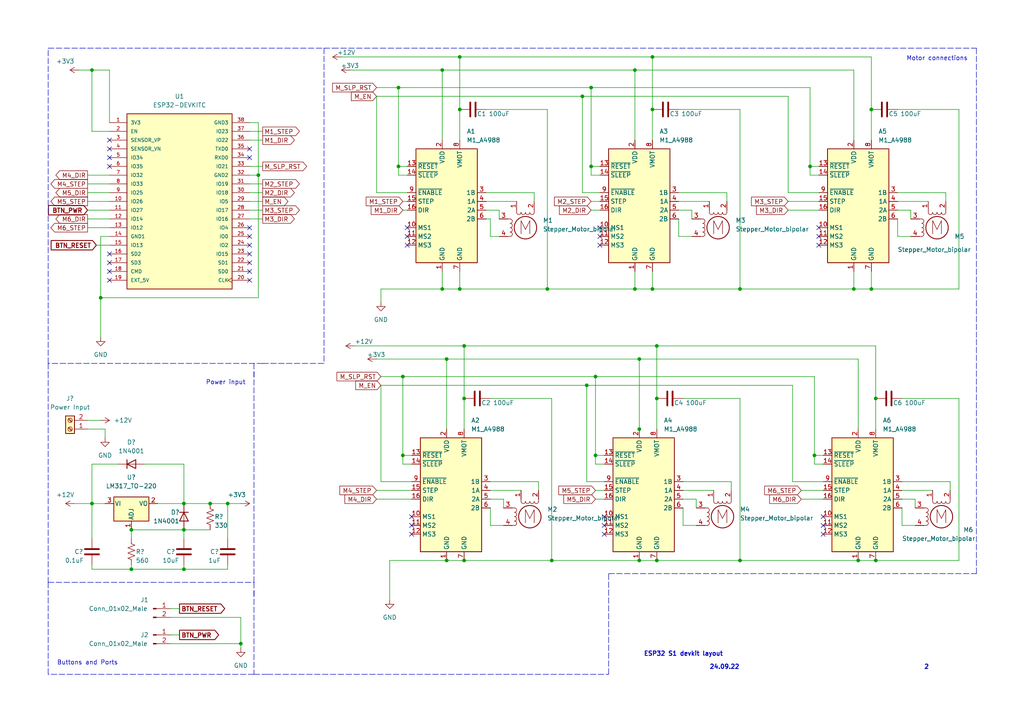
<source format=kicad_sch>
(kicad_sch (version 20211123) (generator eeschema)
  (paper "A4")
  (lib_symbols
    (symbol "Connector:Conn_01x02_Male" (pin_names (offset 1.016) hide)
      (property "Reference" "J" (at 0 2.54 0))
      (property "Value" "Conn_01x02_Male" (at 0 -5.08 0))
      (symbol "Conn_01x02_Male_1_1"
        (polyline (pts (xy 1.27 -2.54) (xy 0.8636 -2.54)) (stroke (width 0.1524)))
        (polyline (pts (xy 1.27 0) (xy 0.8636 0)) (stroke (width 0.1524)))
        (rectangle (start 0.8636 -2.413) (end 0 -2.667) (stroke (width 0.1524)) (fill (type outline)))
        (rectangle (start 0.8636 0.127) (end 0 -0.127) (stroke (width 0.1524)) (fill (type outline)))
        (pin passive line (at 5.08 0 180) (length 3.81) (name "Pin_1") (number "1"))
        (pin passive line (at 5.08 -2.54 180) (length 3.81) (name "Pin_2") (number "2"))
      )
    )
    (symbol "Connector:Screw_Terminal_01x02" (pin_names (offset 1.016) hide)
      (property "Reference" "J" (at 0 2.54 0))
      (property "Value" "Screw_Terminal_01x02" (at 0 -5.08 0))
      (symbol "Screw_Terminal_01x02_1_1"
        (rectangle (start -1.27 1.27) (end 1.27 -3.81) (stroke (width 0.254)) (fill (type background)))
        (circle (center 0 -2.54) (radius 0.635) (stroke (width 0.1524)))
        (polyline (pts (xy -0.5334 -2.2098) (xy 0.3302 -3.048)) (stroke (width 0.1524)))
        (polyline (pts (xy -0.5334 0.3302) (xy 0.3302 -0.508)) (stroke (width 0.1524)))
        (polyline (pts (xy -0.3556 -2.032) (xy 0.508 -2.8702)) (stroke (width 0.1524)))
        (polyline (pts (xy -0.3556 0.508) (xy 0.508 -0.3302)) (stroke (width 0.1524)))
        (circle (center 0 0) (radius 0.635) (stroke (width 0.1524)))
        (pin passive line (at -5.08 0 0) (length 3.81) (name "Pin_1") (number "1"))
        (pin passive line (at -5.08 -2.54 0) (length 3.81) (name "Pin_2") (number "2"))
      )
    )
    (symbol "Device:C" (pin_numbers hide) (pin_names (offset 0.254))
      (property "Reference" "C" (at 0.635 2.54 0))
      (property "Value" "C" (at 0.635 -2.54 0))
      (symbol "C_0_1"
        (polyline (pts (xy -2.032 -0.762) (xy 2.032 -0.762)) (stroke (width 0.508)))
        (polyline (pts (xy -2.032 0.762) (xy 2.032 0.762)) (stroke (width 0.508)))
      )
      (symbol "C_1_1"
        (pin passive line (at 0 3.81 270) (length 2.794) (name "~") (number "1"))
        (pin passive line (at 0 -3.81 90) (length 2.794) (name "~") (number "2"))
      )
    )
    (symbol "Device:R_US" (pin_numbers hide) (pin_names (offset 0))
      (property "Reference" "R" (at 2.54 0 90))
      (property "Value" "R_US" (at -2.54 0 90))
      (symbol "R_US_0_1"
        (polyline (pts (xy 0 -2.286) (xy 0 -2.54)))
        (polyline (pts (xy 0 2.286) (xy 0 2.54)))
        (polyline (pts (xy 0 -0.762) (xy 1.016 -1.143) (xy 0 -1.524) (xy -1.016 -1.905) (xy 0 -2.286)))
        (polyline (pts (xy 0 0.762) (xy 1.016 0.381) (xy 0 0) (xy -1.016 -0.381) (xy 0 -0.762)))
        (polyline (pts (xy 0 2.286) (xy 1.016 1.905) (xy 0 1.524) (xy -1.016 1.143) (xy 0 0.762)))
      )
      (symbol "R_US_1_1"
        (pin passive line (at 0 3.81 270) (length 1.27) (name "~") (number "1"))
        (pin passive line (at 0 -3.81 90) (length 1.27) (name "~") (number "2"))
      )
    )
    (symbol "Diode:1N4001" (pin_numbers hide) (pin_names (offset 1.016) hide)
      (property "Reference" "D" (at 0 2.54 0))
      (property "Value" "1N4001" (at 0 -2.54 0))
      (symbol "1N4001_0_1"
        (polyline (pts (xy -1.27 1.27) (xy -1.27 -1.27)) (stroke (width 0.254)))
        (polyline (pts (xy 1.27 0) (xy -1.27 0)))
        (polyline (pts (xy 1.27 1.27) (xy 1.27 -1.27) (xy -1.27 0) (xy 1.27 1.27)) (stroke (width 0.254)))
      )
      (symbol "1N4001_1_1"
        (pin passive line (at -3.81 0 0) (length 2.54) (name "K") (number "1"))
        (pin passive line (at 3.81 0 180) (length 2.54) (name "A") (number "2"))
      )
    )
    (symbol "Driver_Motor:Pololu_Breakout_A4988"
      (property "Reference" "A" (at -2.54 19.05 0))
      (property "Value" "Pololu_Breakout_A4988" (at -2.54 16.51 0))
      (symbol "Pololu_Breakout_A4988_0_1"
        (rectangle (start 10.16 -17.78) (end -7.62 15.24) (stroke (width 0.254)) (fill (type background)))
      )
      (symbol "Pololu_Breakout_A4988_1_1"
        (pin power_in line (at 0 -20.32 90) (length 2.54) (name "GND") (number "1"))
        (pin input line (at -10.16 -7.62 0) (length 2.54) (name "MS1") (number "10"))
        (pin input line (at -10.16 -10.16 0) (length 2.54) (name "MS2") (number "11"))
        (pin input line (at -10.16 -12.7 0) (length 2.54) (name "MS3") (number "12"))
        (pin input line (at -10.16 10.16 0) (length 2.54) (name "~{RESET}") (number "13"))
        (pin input line (at -10.16 7.62 0) (length 2.54) (name "~{SLEEP}") (number "14"))
        (pin input line (at -10.16 0 0) (length 2.54) (name "STEP") (number "15"))
        (pin input line (at -10.16 -2.54 0) (length 2.54) (name "DIR") (number "16"))
        (pin power_in line (at 0 17.78 270) (length 2.54) (name "VDD") (number "2"))
        (pin output line (at 12.7 2.54 180) (length 2.54) (name "1B") (number "3"))
        (pin output line (at 12.7 0 180) (length 2.54) (name "1A") (number "4"))
        (pin output line (at 12.7 -2.54 180) (length 2.54) (name "2A") (number "5"))
        (pin output line (at 12.7 -5.08 180) (length 2.54) (name "2B") (number "6"))
        (pin power_in line (at 5.08 -20.32 90) (length 2.54) (name "GND") (number "7"))
        (pin power_in line (at 5.08 17.78 270) (length 2.54) (name "VMOT") (number "8"))
        (pin input line (at -10.16 2.54 0) (length 2.54) (name "~{ENABLE}") (number "9"))
      )
    )
    (symbol "ESP32-DEVKITC:ESP32-DEVKITC" (pin_names (offset 1.016))
      (property "Reference" "U" (at -15.2654 26.0604 0))
      (property "Value" "ESP32-DEVKITC" (at -15.2654 -27.9654 0))
      (symbol "ESP32-DEVKITC_0_0"
        (rectangle (start -15.24 -25.4) (end 15.24 25.4) (stroke (width 0.254)) (fill (type background)))
        (pin power_in line (at -20.32 22.86 0) (length 5.08) (name "3V3") (number "1"))
        (pin bidirectional line (at -20.32 0 0) (length 5.08) (name "IO26") (number "10"))
        (pin bidirectional line (at -20.32 -2.54 0) (length 5.08) (name "IO27") (number "11"))
        (pin bidirectional line (at -20.32 -5.08 0) (length 5.08) (name "IO14") (number "12"))
        (pin bidirectional line (at -20.32 -7.62 0) (length 5.08) (name "IO12") (number "13"))
        (pin power_in line (at -20.32 -10.16 0) (length 5.08) (name "GND1") (number "14"))
        (pin bidirectional line (at -20.32 -12.7 0) (length 5.08) (name "IO13") (number "15"))
        (pin bidirectional line (at -20.32 -15.24 0) (length 5.08) (name "SD2") (number "16"))
        (pin bidirectional line (at -20.32 -17.78 0) (length 5.08) (name "SD3") (number "17"))
        (pin bidirectional line (at -20.32 -20.32 0) (length 5.08) (name "CMD") (number "18"))
        (pin power_in line (at -20.32 -22.86 0) (length 5.08) (name "EXT_5V") (number "19"))
        (pin input line (at -20.32 20.32 0) (length 5.08) (name "EN") (number "2"))
        (pin input clock (at 20.32 -22.86 180) (length 5.08) (name "CLK") (number "20"))
        (pin bidirectional line (at 20.32 -20.32 180) (length 5.08) (name "SD0") (number "21"))
        (pin bidirectional line (at 20.32 -17.78 180) (length 5.08) (name "SD1") (number "22"))
        (pin bidirectional line (at 20.32 -15.24 180) (length 5.08) (name "IO15") (number "23"))
        (pin bidirectional line (at 20.32 -12.7 180) (length 5.08) (name "IO2") (number "24"))
        (pin bidirectional line (at 20.32 -10.16 180) (length 5.08) (name "IO0") (number "25"))
        (pin bidirectional line (at 20.32 -7.62 180) (length 5.08) (name "IO4") (number "26"))
        (pin bidirectional line (at 20.32 -5.08 180) (length 5.08) (name "IO16") (number "27"))
        (pin bidirectional line (at 20.32 -2.54 180) (length 5.08) (name "IO17") (number "28"))
        (pin bidirectional line (at 20.32 0 180) (length 5.08) (name "IO5") (number "29"))
        (pin input line (at -20.32 17.78 0) (length 5.08) (name "SENSOR_VP") (number "3"))
        (pin bidirectional line (at 20.32 2.54 180) (length 5.08) (name "IO18") (number "30"))
        (pin bidirectional line (at 20.32 5.08 180) (length 5.08) (name "IO19") (number "31"))
        (pin power_in line (at 20.32 7.62 180) (length 5.08) (name "GND2") (number "32"))
        (pin bidirectional line (at 20.32 10.16 180) (length 5.08) (name "IO21") (number "33"))
        (pin input line (at 20.32 12.7 180) (length 5.08) (name "RXD0") (number "34"))
        (pin output line (at 20.32 15.24 180) (length 5.08) (name "TXD0") (number "35"))
        (pin bidirectional line (at 20.32 17.78 180) (length 5.08) (name "IO22") (number "36"))
        (pin bidirectional line (at 20.32 20.32 180) (length 5.08) (name "IO23") (number "37"))
        (pin power_in line (at 20.32 22.86 180) (length 5.08) (name "GND3") (number "38"))
        (pin input line (at -20.32 15.24 0) (length 5.08) (name "SENSOR_VN") (number "4"))
        (pin bidirectional line (at -20.32 12.7 0) (length 5.08) (name "IO34") (number "5"))
        (pin bidirectional line (at -20.32 10.16 0) (length 5.08) (name "IO35") (number "6"))
        (pin bidirectional line (at -20.32 7.62 0) (length 5.08) (name "IO32") (number "7"))
        (pin bidirectional line (at -20.32 5.08 0) (length 5.08) (name "IO33") (number "8"))
        (pin bidirectional line (at -20.32 2.54 0) (length 5.08) (name "IO25") (number "9"))
      )
    )
    (symbol "Motor:Stepper_Motor_bipolar" (pin_names (offset 0) hide)
      (property "Reference" "M" (at 3.81 2.54 0))
      (property "Value" "Stepper_Motor_bipolar" (at 3.81 1.27 0))
      (symbol "Stepper_Motor_bipolar_0_0"
        (polyline (pts (xy -1.27 -1.778) (xy -1.27 2.032) (xy 0 -0.508) (xy 1.27 2.032) (xy 1.27 -1.778)))
      )
      (symbol "Stepper_Motor_bipolar_0_1"
        (arc (start -4.445 -2.54) (mid -3.81 -1.905) (end -4.445 -1.27))
        (arc (start -4.445 -1.27) (mid -3.81 -0.635) (end -4.445 0))
        (arc (start -4.445 0) (mid -3.81 0.635) (end -4.445 1.27))
        (arc (start -4.445 1.27) (mid -3.81 1.905) (end -4.445 2.54))
        (arc (start -2.54 4.445) (mid -1.905 3.81) (end -1.27 4.445))
        (arc (start -1.27 4.445) (mid -0.635 3.81) (end 0 4.445))
        (polyline (pts (xy -5.08 -2.54) (xy -4.445 -2.54)))
        (polyline (pts (xy -5.08 2.54) (xy -4.445 2.54)))
        (polyline (pts (xy -2.54 5.08) (xy -2.54 4.445)))
        (polyline (pts (xy 2.54 5.08) (xy 2.54 4.445)))
        (circle (center 0 0) (radius 3.2512) (stroke (width 0.254)))
        (arc (start 0 4.445) (mid 0.635 3.81) (end 1.27 4.445))
        (arc (start 1.27 4.445) (mid 1.905 3.81) (end 2.54 4.445))
      )
      (symbol "Stepper_Motor_bipolar_1_1"
        (pin passive line (at -2.54 7.62 270) (length 2.54) (name "~") (number "1"))
        (pin passive line (at 2.54 7.62 270) (length 2.54) (name "-") (number "2"))
        (pin passive line (at -7.62 2.54 0) (length 2.54) (name "~") (number "3"))
        (pin passive line (at -7.62 -2.54 0) (length 2.54) (name "~") (number "4"))
      )
    )
    (symbol "Regulator_Linear:LM317_TO-220" (pin_names (offset 0.254))
      (property "Reference" "U" (at -3.81 3.175 0))
      (property "Value" "LM317_TO-220" (at 0 3.175 0))
      (symbol "LM317_TO-220_0_1"
        (rectangle (start -5.08 1.905) (end 5.08 -5.08) (stroke (width 0.254)) (fill (type background)))
      )
      (symbol "LM317_TO-220_1_1"
        (pin input line (at 0 -7.62 90) (length 2.54) (name "ADJ") (number "1"))
        (pin power_out line (at 7.62 0 180) (length 2.54) (name "VO") (number "2"))
        (pin power_in line (at -7.62 0 0) (length 2.54) (name "VI") (number "3"))
      )
    )
    (symbol "power:+12V" (power) (pin_names (offset 0))
      (property "Value" "+12V" (at 0 3.556 0))
      (symbol "+12V_0_1"
        (polyline (pts (xy -0.762 1.27) (xy 0 2.54)))
        (polyline (pts (xy 0 0) (xy 0 2.54)))
        (polyline (pts (xy 0 2.54) (xy 0.762 1.27)))
      )
      (symbol "+12V_1_1"
        (pin power_in line (at 0 0 90) (length 0) hide (name "+12V") (number "1"))
      )
    )
    (symbol "power:+3V3" (power) (pin_names (offset 0))
      (property "Value" "+3V3" (at 0 3.556 0))
      (symbol "+3V3_0_1"
        (polyline (pts (xy -0.762 1.27) (xy 0 2.54)))
        (polyline (pts (xy 0 0) (xy 0 2.54)))
        (polyline (pts (xy 0 2.54) (xy 0.762 1.27)))
      )
      (symbol "+3V3_1_1"
        (pin power_in line (at 0 0 90) (length 0) hide (name "+3V3") (number "1"))
      )
    )
    (symbol "power:GND" (power) (pin_names (offset 0))
      (property "Value" "GND" (at 0 -3.81 0))
      (symbol "GND_0_1"
        (polyline (pts (xy 0 0) (xy 0 -1.27) (xy 1.27 -1.27) (xy 0 -2.54) (xy -1.27 -1.27) (xy 0 -1.27)))
      )
      (symbol "GND_1_1"
        (pin power_in line (at 0 0 270) (length 0) hide (name "GND") (number "1"))
      )
    )
  )
  (junction (at 133.35 31.75))
  (junction (at 252.73 31.75))
  (junction (at 185.42 162.56))
  (junction (at 115.57 25.4))
  (junction (at 129.54 104.14))
  (junction (at 189.23 31.75))
  (junction (at 116.84 132.08))
  (junction (at 134.62 100.33))
  (junction (at 128.27 83.82))
  (junction (at 134.62 115.57))
  (junction (at 171.45 48.26))
  (junction (at 254 115.57))
  (junction (at 252.73 83.82))
  (junction (at 171.45 25.4))
  (junction (at 247.65 83.82))
  (junction (at 60.96 146.05))
  (junction (at 248.92 162.56))
  (junction (at 133.35 16.51))
  (junction (at 116.84 109.22))
  (junction (at 168.91 27.94))
  (junction (at 158.75 83.82))
  (junction (at 129.54 162.56))
  (junction (at 236.22 132.08))
  (junction (at 172.72 109.22))
  (junction (at 189.23 83.82))
  (junction (at 38.1 165.1))
  (junction (at 134.62 162.56))
  (junction (at 234.95 48.26))
  (junction (at 115.57 48.26))
  (junction (at 172.72 132.08))
  (junction (at 66.04 146.05))
  (junction (at 133.35 83.82))
  (junction (at 53.34 165.1))
  (junction (at 190.5 100.33))
  (junction (at 38.1 153.67))
  (junction (at 214.63 83.82))
  (junction (at 26.67 146.05))
  (junction (at 29.21 86.36))
  (junction (at 184.15 20.32))
  (junction (at 170.18 111.76))
  (junction (at 74.93 50.8))
  (junction (at 214.63 162.56))
  (junction (at 69.85 186.69))
  (junction (at 185.42 104.14))
  (junction (at 128.27 20.32))
  (junction (at 190.5 162.56))
  (junction (at 185.42 124.46))
  (junction (at 26.67 20.32))
  (junction (at 53.34 146.05))
  (junction (at 190.5 115.57))
  (junction (at 53.34 153.67))
  (junction (at 184.15 83.82))
  (junction (at 189.23 16.51))
  (junction (at 254 162.56))
  (junction (at 160.02 162.56))
  (no_connect (at 238.76 154.94))
  (no_connect (at 238.76 152.4))
  (no_connect (at 238.76 149.86))
  (no_connect (at 175.26 154.94))
  (no_connect (at 175.26 152.4))
  (no_connect (at 118.11 71.12))
  (no_connect (at 118.11 66.04))
  (no_connect (at 118.11 68.58))
  (no_connect (at 173.99 68.58))
  (no_connect (at 173.99 66.04))
  (no_connect (at 173.99 71.12))
  (no_connect (at 237.49 71.12))
  (no_connect (at 237.49 68.58))
  (no_connect (at 237.49 66.04))
  (no_connect (at 72.39 78.74))
  (no_connect (at 72.39 76.2))
  (no_connect (at 119.38 149.86))
  (no_connect (at 119.38 152.4))
  (no_connect (at 119.38 154.94))
  (no_connect (at 175.26 149.86))
  (no_connect (at 72.39 43.18))
  (no_connect (at 72.39 45.72))
  (no_connect (at 31.75 40.64))
  (no_connect (at 31.75 43.18))
  (no_connect (at 31.75 81.28))
  (no_connect (at 72.39 81.28))
  (no_connect (at 31.75 78.74))
  (no_connect (at 72.39 66.04))
  (no_connect (at 31.75 45.72))
  (no_connect (at 31.75 76.2))
  (no_connect (at 31.75 73.66))
  (no_connect (at 31.75 48.26))
  (no_connect (at 72.39 73.66))
  (no_connect (at 72.39 71.12))
  (no_connect (at 72.39 68.58))
  (wire (pts (xy 248.92 162.56) (xy 254 162.56)))
  (polyline (pts (xy 76.2 105.41) (xy 93.98 105.41)))
  (wire (pts (xy 109.22 25.4) (xy 115.57 25.4)))
  (wire (pts (xy 109.22 142.24) (xy 119.38 142.24)))
  (wire (pts (xy 113.03 162.56) (xy 129.54 162.56)))
  (wire (pts (xy 171.45 25.4) (xy 234.95 25.4)))
  (wire (pts (xy 21.59 146.05) (xy 26.67 146.05)))
  (wire (pts (xy 110.49 111.76) (xy 110.49 139.7)))
  (wire (pts (xy 261.62 142.24) (xy 270.51 142.24)))
  (wire (pts (xy 74.93 50.8) (xy 74.93 86.36)))
  (wire (pts (xy 238.76 139.7) (xy 229.87 139.7)))
  (wire (pts (xy 260.35 55.88) (xy 274.32 55.88)))
  (wire (pts (xy 171.45 25.4) (xy 171.45 48.26)))
  (wire (pts (xy 232.41 144.78) (xy 238.76 144.78)))
  (wire (pts (xy 142.24 147.32) (xy 142.24 152.4)))
  (wire (pts (xy 189.23 16.51) (xy 252.73 16.51)))
  (wire (pts (xy 212.09 139.7) (xy 212.09 142.24)))
  (wire (pts (xy 133.35 16.51) (xy 133.35 31.75)))
  (wire (pts (xy 254 115.57) (xy 254 124.46)))
  (wire (pts (xy 31.75 20.32) (xy 31.75 35.56)))
  (wire (pts (xy 49.53 179.07) (xy 69.85 179.07)))
  (wire (pts (xy 116.84 58.42) (xy 118.11 58.42)))
  (wire (pts (xy 133.35 78.74) (xy 133.35 83.82)))
  (wire (pts (xy 26.67 20.32) (xy 31.75 20.32)))
  (polyline (pts (xy 176.53 195.58) (xy 176.53 166.37)))
  (polyline (pts (xy 77.47 195.58) (xy 176.53 195.58)))
  (wire (pts (xy 26.67 20.32) (xy 26.67 38.1)))
  (wire (pts (xy 109.22 144.78) (xy 119.38 144.78)))
  (wire (pts (xy 254 100.33) (xy 254 115.57)))
  (polyline (pts (xy 73.66 195.58) (xy 13.97 195.58)))
  (wire (pts (xy 196.85 60.96) (xy 200.66 60.96)))
  (wire (pts (xy 38.1 153.67) (xy 53.34 153.67)))
  (wire (pts (xy 142.24 68.58) (xy 144.78 68.58)))
  (wire (pts (xy 128.27 78.74) (xy 128.27 83.82)))
  (wire (pts (xy 185.42 125.73) (xy 185.42 124.46)))
  (wire (pts (xy 261.62 144.78) (xy 265.43 144.78)))
  (wire (pts (xy 26.67 134.62) (xy 26.67 146.05)))
  (wire (pts (xy 190.5 115.57) (xy 190.5 100.33)))
  (wire (pts (xy 101.6 20.32) (xy 128.27 20.32)))
  (wire (pts (xy 232.41 142.24) (xy 238.76 142.24)))
  (polyline (pts (xy 96.52 13.97) (xy 283.21 13.97)))
  (wire (pts (xy 198.12 139.7) (xy 212.09 139.7)))
  (wire (pts (xy 175.26 132.08) (xy 172.72 132.08)))
  (wire (pts (xy 261.62 152.4) (xy 265.43 152.4)))
  (wire (pts (xy 278.13 31.75) (xy 278.13 83.82)))
  (wire (pts (xy 237.49 50.8) (xy 234.95 50.8)))
  (wire (pts (xy 200.66 60.96) (xy 200.66 63.5)))
  (wire (pts (xy 142.24 115.57) (xy 160.02 115.57)))
  (wire (pts (xy 247.65 83.82) (xy 252.73 83.82)))
  (wire (pts (xy 49.53 176.53) (xy 52.07 176.53)))
  (wire (pts (xy 189.23 31.75) (xy 189.23 40.64)))
  (polyline (pts (xy 77.47 195.58) (xy 76.2 195.58)))
  (wire (pts (xy 45.72 146.05) (xy 53.34 146.05)))
  (wire (pts (xy 247.65 20.32) (xy 247.65 40.64)))
  (polyline (pts (xy 13.97 105.41) (xy 13.97 13.97)))
  (wire (pts (xy 29.21 86.36) (xy 74.93 86.36)))
  (wire (pts (xy 170.18 111.76) (xy 170.18 139.7)))
  (wire (pts (xy 142.24 63.5) (xy 142.24 68.58)))
  (wire (pts (xy 247.65 78.74) (xy 247.65 83.82)))
  (wire (pts (xy 196.85 55.88) (xy 210.82 55.88)))
  (wire (pts (xy 264.16 60.96) (xy 264.16 63.5)))
  (wire (pts (xy 66.04 146.05) (xy 69.85 146.05)))
  (wire (pts (xy 214.63 83.82) (xy 247.65 83.82)))
  (wire (pts (xy 184.15 78.74) (xy 184.15 83.82)))
  (polyline (pts (xy 73.66 168.91) (xy 73.66 107.95)))
  (wire (pts (xy 198.12 142.24) (xy 207.01 142.24)))
  (wire (pts (xy 228.6 60.96) (xy 237.49 60.96)))
  (wire (pts (xy 142.24 139.7) (xy 156.21 139.7)))
  (wire (pts (xy 234.95 25.4) (xy 234.95 48.26)))
  (wire (pts (xy 189.23 16.51) (xy 189.23 31.75)))
  (wire (pts (xy 260.35 68.58) (xy 264.16 68.58)))
  (wire (pts (xy 228.6 27.94) (xy 228.6 55.88)))
  (wire (pts (xy 198.12 144.78) (xy 201.93 144.78)))
  (wire (pts (xy 274.32 55.88) (xy 274.32 58.42)))
  (wire (pts (xy 146.05 144.78) (xy 146.05 147.32)))
  (wire (pts (xy 175.26 134.62) (xy 172.72 134.62)))
  (wire (pts (xy 110.49 83.82) (xy 110.49 87.63)))
  (polyline (pts (xy 93.98 13.97) (xy 96.52 13.97)))
  (wire (pts (xy 252.73 78.74) (xy 252.73 83.82)))
  (wire (pts (xy 119.38 139.7) (xy 110.49 139.7)))
  (polyline (pts (xy 13.97 13.97) (xy 93.98 13.97)))
  (wire (pts (xy 53.34 153.67) (xy 60.96 153.67)))
  (wire (pts (xy 265.43 144.78) (xy 265.43 147.32)))
  (wire (pts (xy 172.72 109.22) (xy 236.22 109.22)))
  (wire (pts (xy 185.42 104.14) (xy 185.42 124.46)))
  (wire (pts (xy 38.1 165.1) (xy 38.1 163.83)))
  (wire (pts (xy 248.92 104.14) (xy 248.92 124.46)))
  (wire (pts (xy 171.45 48.26) (xy 171.45 50.8)))
  (wire (pts (xy 140.97 63.5) (xy 142.24 63.5)))
  (wire (pts (xy 72.39 55.88) (xy 76.2 55.88)))
  (wire (pts (xy 27.94 71.12) (xy 31.75 71.12)))
  (polyline (pts (xy 283.21 166.37) (xy 283.21 97.79)))
  (wire (pts (xy 53.34 134.62) (xy 41.91 134.62)))
  (wire (pts (xy 115.57 25.4) (xy 171.45 25.4)))
  (polyline (pts (xy 176.53 166.37) (xy 283.21 166.37)))
  (wire (pts (xy 129.54 104.14) (xy 185.42 104.14)))
  (wire (pts (xy 228.6 58.42) (xy 237.49 58.42)))
  (wire (pts (xy 142.24 142.24) (xy 151.13 142.24)))
  (wire (pts (xy 236.22 109.22) (xy 236.22 132.08)))
  (wire (pts (xy 168.91 55.88) (xy 173.99 55.88)))
  (wire (pts (xy 198.12 147.32) (xy 198.12 152.4)))
  (wire (pts (xy 31.75 68.58) (xy 29.21 68.58)))
  (wire (pts (xy 109.22 104.14) (xy 129.54 104.14)))
  (wire (pts (xy 134.62 162.56) (xy 160.02 162.56)))
  (wire (pts (xy 238.76 134.62) (xy 236.22 134.62)))
  (polyline (pts (xy 93.98 13.97) (xy 93.98 105.41)))
  (wire (pts (xy 184.15 20.32) (xy 184.15 40.64)))
  (wire (pts (xy 168.91 27.94) (xy 228.6 27.94)))
  (wire (pts (xy 25.4 55.88) (xy 31.75 55.88)))
  (polyline (pts (xy 13.97 168.91) (xy 13.97 171.45)))
  (wire (pts (xy 26.67 165.1) (xy 38.1 165.1)))
  (wire (pts (xy 237.49 48.26) (xy 234.95 48.26)))
  (wire (pts (xy 140.97 31.75) (xy 158.75 31.75)))
  (wire (pts (xy 184.15 20.32) (xy 247.65 20.32)))
  (wire (pts (xy 110.49 109.22) (xy 116.84 109.22)))
  (polyline (pts (xy 73.66 195.58) (xy 76.2 195.58)))
  (wire (pts (xy 133.35 31.75) (xy 133.35 40.64)))
  (wire (pts (xy 109.22 27.94) (xy 109.22 55.88)))
  (wire (pts (xy 116.84 109.22) (xy 172.72 109.22)))
  (wire (pts (xy 237.49 55.88) (xy 228.6 55.88)))
  (wire (pts (xy 109.22 27.94) (xy 168.91 27.94)))
  (wire (pts (xy 260.35 63.5) (xy 260.35 68.58)))
  (wire (pts (xy 72.39 63.5) (xy 76.2 63.5)))
  (wire (pts (xy 72.39 38.1) (xy 76.2 38.1)))
  (wire (pts (xy 154.94 55.88) (xy 154.94 58.42)))
  (wire (pts (xy 196.85 31.75) (xy 214.63 31.75)))
  (wire (pts (xy 31.75 38.1) (xy 26.67 38.1)))
  (wire (pts (xy 74.93 50.8) (xy 74.93 35.56)))
  (wire (pts (xy 278.13 115.57) (xy 278.13 162.56)))
  (wire (pts (xy 116.84 132.08) (xy 116.84 134.62)))
  (wire (pts (xy 115.57 48.26) (xy 115.57 50.8)))
  (wire (pts (xy 38.1 165.1) (xy 53.34 165.1)))
  (wire (pts (xy 128.27 40.64) (xy 128.27 20.32)))
  (wire (pts (xy 116.84 60.96) (xy 118.11 60.96)))
  (wire (pts (xy 26.67 146.05) (xy 30.48 146.05)))
  (wire (pts (xy 25.4 53.34) (xy 31.75 53.34)))
  (wire (pts (xy 72.39 48.26) (xy 76.2 48.26)))
  (wire (pts (xy 198.12 115.57) (xy 214.63 115.57)))
  (wire (pts (xy 69.85 179.07) (xy 69.85 186.69)))
  (wire (pts (xy 72.39 60.96) (xy 76.2 60.96)))
  (wire (pts (xy 116.84 109.22) (xy 116.84 132.08)))
  (wire (pts (xy 196.85 68.58) (xy 200.66 68.58)))
  (wire (pts (xy 158.75 31.75) (xy 158.75 83.82)))
  (wire (pts (xy 214.63 162.56) (xy 248.92 162.56)))
  (wire (pts (xy 69.85 186.69) (xy 69.85 187.96)))
  (wire (pts (xy 99.06 16.51) (xy 133.35 16.51)))
  (wire (pts (xy 38.1 156.21) (xy 38.1 153.67)))
  (wire (pts (xy 214.63 115.57) (xy 214.63 162.56)))
  (wire (pts (xy 53.34 165.1) (xy 53.34 163.83)))
  (wire (pts (xy 129.54 162.56) (xy 134.62 162.56)))
  (wire (pts (xy 119.38 134.62) (xy 116.84 134.62)))
  (wire (pts (xy 49.53 184.15) (xy 52.07 184.15)))
  (wire (pts (xy 172.72 132.08) (xy 172.72 134.62)))
  (wire (pts (xy 252.73 16.51) (xy 252.73 31.75)))
  (wire (pts (xy 113.03 162.56) (xy 113.03 173.99)))
  (wire (pts (xy 160.02 115.57) (xy 160.02 162.56)))
  (wire (pts (xy 53.34 146.05) (xy 60.96 146.05)))
  (wire (pts (xy 134.62 100.33) (xy 190.5 100.33)))
  (polyline (pts (xy 13.97 105.41) (xy 13.97 107.95)))
  (wire (pts (xy 110.49 83.82) (xy 128.27 83.82)))
  (wire (pts (xy 156.21 139.7) (xy 156.21 142.24)))
  (wire (pts (xy 210.82 55.88) (xy 210.82 58.42)))
  (wire (pts (xy 60.96 146.05) (xy 66.04 146.05)))
  (wire (pts (xy 119.38 132.08) (xy 116.84 132.08)))
  (wire (pts (xy 25.4 60.96) (xy 31.75 60.96)))
  (wire (pts (xy 171.45 58.42) (xy 173.99 58.42)))
  (wire (pts (xy 189.23 83.82) (xy 214.63 83.82)))
  (wire (pts (xy 72.39 50.8) (xy 74.93 50.8)))
  (wire (pts (xy 118.11 48.26) (xy 115.57 48.26)))
  (wire (pts (xy 134.62 115.57) (xy 134.62 124.46)))
  (wire (pts (xy 189.23 78.74) (xy 189.23 83.82)))
  (wire (pts (xy 74.93 35.56) (xy 72.39 35.56)))
  (wire (pts (xy 172.72 109.22) (xy 172.72 132.08)))
  (wire (pts (xy 252.73 31.75) (xy 252.73 40.64)))
  (wire (pts (xy 115.57 25.4) (xy 115.57 48.26)))
  (wire (pts (xy 214.63 31.75) (xy 214.63 83.82)))
  (wire (pts (xy 260.35 31.75) (xy 278.13 31.75)))
  (wire (pts (xy 30.48 124.46) (xy 30.48 127)))
  (wire (pts (xy 260.35 58.42) (xy 269.24 58.42)))
  (wire (pts (xy 168.91 27.94) (xy 168.91 55.88)))
  (wire (pts (xy 261.62 115.57) (xy 278.13 115.57)))
  (wire (pts (xy 72.39 53.34) (xy 76.2 53.34)))
  (polyline (pts (xy 283.21 13.97) (xy 283.21 97.79)))
  (wire (pts (xy 261.62 139.7) (xy 275.59 139.7)))
  (wire (pts (xy 25.4 124.46) (xy 30.48 124.46)))
  (polyline (pts (xy 73.66 105.41) (xy 73.66 109.22)))
  (wire (pts (xy 236.22 132.08) (xy 238.76 132.08)))
  (wire (pts (xy 25.4 63.5) (xy 31.75 63.5)))
  (wire (pts (xy 140.97 58.42) (xy 149.86 58.42)))
  (wire (pts (xy 260.35 60.96) (xy 264.16 60.96)))
  (wire (pts (xy 53.34 156.21) (xy 53.34 153.67)))
  (wire (pts (xy 254 162.56) (xy 278.13 162.56)))
  (wire (pts (xy 29.21 68.58) (xy 29.21 86.36)))
  (wire (pts (xy 198.12 152.4) (xy 201.93 152.4)))
  (polyline (pts (xy 13.97 168.91) (xy 73.66 168.91)))
  (wire (pts (xy 133.35 83.82) (xy 158.75 83.82)))
  (wire (pts (xy 22.86 20.32) (xy 26.67 20.32)))
  (wire (pts (xy 196.85 58.42) (xy 205.74 58.42)))
  (wire (pts (xy 118.11 55.88) (xy 109.22 55.88)))
  (wire (pts (xy 29.21 86.36) (xy 29.21 97.79)))
  (wire (pts (xy 53.34 146.05) (xy 53.34 134.62)))
  (wire (pts (xy 102.87 100.33) (xy 134.62 100.33)))
  (wire (pts (xy 158.75 83.82) (xy 184.15 83.82)))
  (wire (pts (xy 196.85 63.5) (xy 196.85 68.58)))
  (wire (pts (xy 252.73 83.82) (xy 278.13 83.82)))
  (wire (pts (xy 142.24 152.4) (xy 146.05 152.4)))
  (wire (pts (xy 134.62 100.33) (xy 134.62 115.57)))
  (wire (pts (xy 26.67 146.05) (xy 26.67 156.21)))
  (wire (pts (xy 128.27 20.32) (xy 184.15 20.32)))
  (wire (pts (xy 171.45 48.26) (xy 173.99 48.26)))
  (wire (pts (xy 26.67 163.83) (xy 26.67 165.1)))
  (wire (pts (xy 144.78 63.5) (xy 144.78 60.96)))
  (wire (pts (xy 49.53 186.69) (xy 69.85 186.69)))
  (wire (pts (xy 25.4 66.04) (xy 31.75 66.04)))
  (wire (pts (xy 184.15 83.82) (xy 189.23 83.82)))
  (wire (pts (xy 172.72 144.78) (xy 175.26 144.78)))
  (wire (pts (xy 229.87 111.76) (xy 229.87 139.7)))
  (wire (pts (xy 190.5 162.56) (xy 214.63 162.56)))
  (wire (pts (xy 185.42 104.14) (xy 248.92 104.14)))
  (wire (pts (xy 72.39 58.42) (xy 76.2 58.42)))
  (wire (pts (xy 142.24 144.78) (xy 146.05 144.78)))
  (wire (pts (xy 110.49 111.76) (xy 170.18 111.76)))
  (wire (pts (xy 128.27 83.82) (xy 133.35 83.82)))
  (wire (pts (xy 29.21 121.92) (xy 25.4 121.92)))
  (wire (pts (xy 34.29 134.62) (xy 26.67 134.62)))
  (wire (pts (xy 190.5 115.57) (xy 190.5 124.46)))
  (polyline (pts (xy 13.97 107.95) (xy 13.97 168.91)))
  (wire (pts (xy 25.4 58.42) (xy 31.75 58.42)))
  (wire (pts (xy 171.45 60.96) (xy 173.99 60.96)))
  (polyline (pts (xy 73.66 168.91) (xy 73.66 172.72)))
  (wire (pts (xy 53.34 165.1) (xy 66.04 165.1)))
  (wire (pts (xy 140.97 60.96) (xy 144.78 60.96)))
  (wire (pts (xy 172.72 142.24) (xy 175.26 142.24)))
  (wire (pts (xy 72.39 40.64) (xy 76.2 40.64)))
  (wire (pts (xy 140.97 55.88) (xy 154.94 55.88)))
  (wire (pts (xy 261.62 147.32) (xy 261.62 152.4)))
  (wire (pts (xy 66.04 146.05) (xy 66.04 156.21)))
  (wire (pts (xy 190.5 100.33) (xy 254 100.33)))
  (wire (pts (xy 236.22 132.08) (xy 236.22 134.62)))
  (polyline (pts (xy 13.97 195.58) (xy 13.97 171.45)))
  (wire (pts (xy 25.4 50.8) (xy 31.75 50.8)))
  (polyline (pts (xy 73.66 171.45) (xy 73.66 195.58)))
  (wire (pts (xy 170.18 111.76) (xy 229.87 111.76)))
  (wire (pts (xy 234.95 48.26) (xy 234.95 50.8)))
  (wire (pts (xy 185.42 162.56) (xy 190.5 162.56)))
  (wire (pts (xy 175.26 139.7) (xy 170.18 139.7)))
  (wire (pts (xy 66.04 165.1) (xy 66.04 163.83)))
  (wire (pts (xy 160.02 162.56) (xy 185.42 162.56)))
  (wire (pts (xy 171.45 50.8) (xy 173.99 50.8)))
  (wire (pts (xy 275.59 139.7) (xy 275.59 142.24)))
  (wire (pts (xy 133.35 16.51) (xy 189.23 16.51)))
  (polyline (pts (xy 76.2 105.41) (xy 13.97 105.41)))
  (wire (pts (xy 129.54 124.46) (xy 129.54 104.14)))
  (wire (pts (xy 118.11 50.8) (xy 115.57 50.8)))
  (wire (pts (xy 201.93 144.78) (xy 201.93 147.32)))
  (text "Power input" (at 59.69 111.76 0) (effects (font (size 1.27 1.27)) (justify left bottom)))
  (text "24.09.22\n" (at 205.74 194.31 0) (effects (font (size 1.27 1.27) (thickness 0.254) bold) (justify left bottom)))
  (text "2" (at 267.97 194.31 0) (effects (font (size 1.27 1.27) (thickness 0.254) bold) (justify left bottom)))
  (text "Motor connections" (at 262.89 17.78 0) (effects (font (size 1.27 1.27)) (justify left bottom)))
  (text "Buttons and Ports" (at 16.51 193.04 0) (effects (font (size 1.27 1.27)) (justify left bottom)))
  (text "ESP32 S1 devkit layout" (at 186.69 190.5 0) (effects (font (size 1.27 1.27) (thickness 0.254) bold) (justify left bottom)))
  (global_label "M2_STEP" (shape input) (at 171.45 58.42 180) (property "Intersheet References" "${INTERSHEET_REFS}" (effects hide)))
  (global_label "M5_DIR" (shape input) (at 172.72 144.78 180) (property "Intersheet References" "${INTERSHEET_REFS}" (effects hide)))
  (global_label "M2_DIR" (shape input) (at 171.45 60.96 180) (property "Intersheet References" "${INTERSHEET_REFS}" (effects hide)))
  (global_label "M5_DIR" (shape output) (at 25.4 55.88 180) (property "Intersheet References" "${INTERSHEET_REFS}" (effects hide)))
  (global_label "BTN_PWR" (shape input) (at 25.4 60.96 180) (effects (font bold)) (property "Intersheet References" "${INTERSHEET_REFS}" (effects hide)))
  (global_label "BTN_PWR" (shape output) (at 52.07 184.15 0) (effects (font bold)) (property "Intersheet References" "${INTERSHEET_REFS}" (effects hide)))
  (global_label "M5_STEP" (shape input) (at 172.72 142.24 180) (property "Intersheet References" "${INTERSHEET_REFS}" (effects hide)))
  (global_label "M2_STEP" (shape output) (at 76.2 53.34 0) (property "Intersheet References" "${INTERSHEET_REFS}" (effects hide)))
  (global_label "M1_DIR" (shape output) (at 76.2 40.64 0) (property "Intersheet References" "${INTERSHEET_REFS}" (effects hide)))
  (global_label "M_SLP_RST" (shape input) (at 109.22 25.4 180) (property "Intersheet References" "${INTERSHEET_REFS}" (effects hide)))
  (global_label "M_EN" (shape input) (at 110.49 111.76 180) (property "Intersheet References" "${INTERSHEET_REFS}" (effects hide)))
  (global_label "M4_DIR" (shape input) (at 109.22 144.78 180) (property "Intersheet References" "${INTERSHEET_REFS}" (effects hide)))
  (global_label "M1_DIR" (shape input) (at 116.84 60.96 180) (property "Intersheet References" "${INTERSHEET_REFS}" (effects hide)))
  (global_label "M_SLP_RST" (shape input) (at 110.49 109.22 180) (property "Intersheet References" "${INTERSHEET_REFS}" (effects hide)))
  (global_label "M3_DIR" (shape input) (at 228.6 60.96 180) (property "Intersheet References" "${INTERSHEET_REFS}" (effects hide)))
  (global_label "M6_STEP" (shape input) (at 232.41 142.24 180) (property "Intersheet References" "${INTERSHEET_REFS}" (effects hide)))
  (global_label "M3_STEP" (shape output) (at 76.2 60.96 0) (property "Intersheet References" "${INTERSHEET_REFS}" (effects hide)))
  (global_label "M1_STEP" (shape input) (at 116.84 58.42 180) (property "Intersheet References" "${INTERSHEET_REFS}" (effects hide)))
  (global_label "M1_STEP" (shape output) (at 76.2 38.1 0) (property "Intersheet References" "${INTERSHEET_REFS}" (effects hide)))
  (global_label "M4_STEP" (shape output) (at 25.4 53.34 180) (property "Intersheet References" "${INTERSHEET_REFS}" (effects hide)))
  (global_label "M2_DIR" (shape output) (at 76.2 55.88 0) (property "Intersheet References" "${INTERSHEET_REFS}" (effects hide)))
  (global_label "M5_STEP" (shape output) (at 25.4 58.42 180) (property "Intersheet References" "${INTERSHEET_REFS}" (effects hide)))
  (global_label "M6_DIR" (shape output) (at 25.4 63.5 180) (property "Intersheet References" "${INTERSHEET_REFS}" (effects hide)))
  (global_label "M3_STEP" (shape input) (at 228.6 58.42 180) (property "Intersheet References" "${INTERSHEET_REFS}" (effects hide)))
  (global_label "M_EN" (shape input) (at 109.22 27.94 180) (property "Intersheet References" "${INTERSHEET_REFS}" (effects hide)))
  (global_label "M4_DIR" (shape output) (at 25.4 50.8 180) (property "Intersheet References" "${INTERSHEET_REFS}" (effects hide)))
  (global_label "M_SLP_RST" (shape output) (at 76.2 48.26 0) (property "Intersheet References" "${INTERSHEET_REFS}" (effects hide)))
  (global_label "M6_DIR" (shape input) (at 232.41 144.78 180) (property "Intersheet References" "${INTERSHEET_REFS}" (effects hide)))
  (global_label "M_EN" (shape output) (at 76.2 58.42 0) (property "Intersheet References" "${INTERSHEET_REFS}" (effects hide)))
  (global_label "M6_STEP" (shape output) (at 25.4 66.04 180) (property "Intersheet References" "${INTERSHEET_REFS}" (effects hide)))
  (global_label "M3_DIR" (shape output) (at 76.2 63.5 0) (property "Intersheet References" "${INTERSHEET_REFS}" (effects hide)))
  (global_label "BTN_RESET" (shape input) (at 27.94 71.12 180) (effects (font bold)) (property "Intersheet References" "${INTERSHEET_REFS}" (effects hide)))
  (global_label "BTN_RESET" (shape output) (at 52.07 176.53 0) (effects (font bold)) (property "Intersheet References" "${INTERSHEET_REFS}" (effects hide)))
  (global_label "M4_STEP" (shape input) (at 109.22 142.24 180) (property "Intersheet References" "${INTERSHEET_REFS}" (effects hide)))
  (symbol (lib_id "power:+12V") (at 99.06 16.51 90) (unit 1)
    (property "Reference" "#PWR03" (effects hide))
    (property "Value" "+12V" (at 97.79 15.24 90) (effects (justify right)))
  )
  (symbol (lib_id "Motor:Stepper_Motor_bipolar") (at 209.55 149.86 0) (unit 1)
    (property "Reference" "M4" (at 214.63 147.739 0) (effects (justify left)))
    (property "Value" "Stepper_Motor_bipolar" (at 214.63 150.279 0) (effects (justify left)))
    (property "Datasheet" "http://www.infineon.com/dgdl/Application-Note-TLE8110EE_driving_UniPolarStepperMotor_V1.1.pdf?fileId=db3a30431be39b97011be5d0aa0a00b0" (effects hide))
  )
  (symbol (lib_id "Diode:1N4001") (at 38.1 134.62 0) (unit 1)
    (property "Reference" "D?" (at 38.1 128.27 0))
    (property "Value" "1N4001" (at 38.1 130.81 0))
    (property "Footprint" "Diode_THT:D_DO-41_SOD81_P10.16mm_Horizontal" (effects hide))
    (property "Datasheet" "http://www.vishay.com/docs/88503/1n4001.pdf" (effects hide))
  )
  (symbol (lib_id "Motor:Stepper_Motor_bipolar") (at 153.67 149.86 0) (unit 1)
    (property "Reference" "M2" (at 158.75 147.739 0) (effects (justify left)))
    (property "Value" "Stepper_Motor_bipolar" (at 158.75 150.279 0) (effects (justify left)))
    (property "Datasheet" "http://www.infineon.com/dgdl/Application-Note-TLE8110EE_driving_UniPolarStepperMotor_V1.1.pdf?fileId=db3a30431be39b97011be5d0aa0a00b0" (effects hide))
  )
  (symbol (lib_id "Driver_Motor:Pololu_Breakout_A4988") (at 248.92 142.24 0) (unit 1)
    (property "Reference" "A6" (at 256.0194 121.92 0) (effects (justify left)))
    (property "Value" "M1_A4988" (at 256.0194 124.46 0) (effects (justify left)))
    (property "Footprint" "Module:Pololu_Breakout-16_15.2x20.3mm" (effects hide))
    (property "Datasheet" "https://www.pololu.com/product/2980/pictures" (effects hide))
  )
  (symbol (lib_id "power:+12V") (at 29.21 121.92 270) (unit 1)
    (property "Reference" "#PWR?" (effects hide))
    (property "Value" "+12V" (at 33.02 121.9199 90) (effects (justify left)))
  )
  (symbol (lib_id "power:+3V3") (at 101.6 20.32 90) (unit 1)
    (property "Reference" "#PWR?" (effects hide))
    (property "Value" "+3V3" (at 104.14 19.05 90) (effects (justify left)))
  )
  (symbol (lib_id "Device:R_US") (at 60.96 149.86 0) (unit 1)
    (property "Reference" "R?" (at 62.23 149.86 0) (effects (justify left)))
    (property "Value" "330" (at 62.23 152.4 0) (effects (justify left)))
  )
  (symbol (lib_id "Device:C") (at 66.04 160.02 0) (unit 1)
    (property "Reference" "C?" (at 62.23 160.02 0))
    (property "Value" "1uF" (at 62.23 162.56 0))
  )
  (symbol (lib_id "Device:C") (at 53.34 160.02 0) (unit 1)
    (property "Reference" "C?" (at 49.53 160.02 0))
    (property "Value" "10uF" (at 49.53 162.56 0))
  )
  (symbol (lib_id "Connector:Screw_Terminal_01x02") (at 20.32 124.46 180) (unit 1)
    (property "Reference" "J?" (at 20.32 115.57 0))
    (property "Value" "Power Input" (at 20.32 118.11 0))
  )
  (symbol (lib_id "power:GND") (at 113.03 173.99 0) (unit 1)
    (property "Reference" "#PWR06" (effects hide))
    (property "Value" "GND" (at 113.03 179.07 0))
  )
  (symbol (lib_id "Motor:Stepper_Motor_bipolar") (at 273.05 149.86 0) (unit 1)
    (property "Reference" "M6" (at 279.4 153.67 0) (effects (justify left)))
    (property "Value" "Stepper_Motor_bipolar" (at 261.62 156.21 0) (effects (justify left)))
    (property "Datasheet" "http://www.infineon.com/dgdl/Application-Note-TLE8110EE_driving_UniPolarStepperMotor_V1.1.pdf?fileId=db3a30431be39b97011be5d0aa0a00b0" (effects hide))
  )
  (symbol (lib_id "Device:C") (at 138.43 115.57 90) (unit 1)
    (property "Reference" "C2" (at 140.97 116.84 90))
    (property "Value" "100uF" (at 146.05 116.84 90))
  )
  (symbol (lib_id "Device:C") (at 257.81 115.57 90) (unit 1)
    (property "Reference" "C6" (at 260.35 116.84 90))
    (property "Value" "100uF" (at 265.43 116.84 90))
  )
  (symbol (lib_id "Driver_Motor:Pololu_Breakout_A4988") (at 247.65 58.42 0) (unit 1)
    (property "Reference" "A5" (at 254.7494 38.1 0) (effects (justify left)))
    (property "Value" "M1_A4988" (at 254.7494 40.64 0) (effects (justify left)))
    (property "Footprint" "Module:Pololu_Breakout-16_15.2x20.3mm" (effects hide))
    (property "Datasheet" "https://www.pololu.com/product/2980/pictures" (effects hide))
  )
  (symbol (lib_id "Motor:Stepper_Motor_bipolar") (at 271.78 66.04 0) (unit 1)
    (property "Reference" "M5" (at 276.86 68.58 0) (effects (justify left)))
    (property "Value" "Stepper_Motor_bipolar" (at 260.35 72.39 0) (effects (justify left)))
    (property "Datasheet" "http://www.infineon.com/dgdl/Application-Note-TLE8110EE_driving_UniPolarStepperMotor_V1.1.pdf?fileId=db3a30431be39b97011be5d0aa0a00b0" (effects hide))
  )
  (symbol (lib_id "Motor:Stepper_Motor_bipolar") (at 208.28 66.04 0) (unit 1)
    (property "Reference" "M3" (at 213.36 63.919 0) (effects (justify left)))
    (property "Value" "Stepper_Motor_bipolar" (at 213.36 66.459 0) (effects (justify left)))
    (property "Datasheet" "http://www.infineon.com/dgdl/Application-Note-TLE8110EE_driving_UniPolarStepperMotor_V1.1.pdf?fileId=db3a30431be39b97011be5d0aa0a00b0" (effects hide))
  )
  (symbol (lib_id "power:GND") (at 30.48 127 0) (unit 1)
    (property "Reference" "#PWR?" (effects hide))
    (property "Value" "GND" (at 30.48 132.08 0))
  )
  (symbol (lib_id "power:GND") (at 69.85 187.96 0) (unit 1)
    (property "Reference" "#PWR04" (effects hide))
    (property "Value" "GND" (at 69.85 193.04 0))
  )
  (symbol (lib_id "Driver_Motor:Pololu_Breakout_A4988") (at 185.42 142.24 0) (unit 1)
    (property "Reference" "A4" (at 192.5194 121.92 0) (effects (justify left)))
    (property "Value" "M1_A4988" (at 192.5194 124.46 0) (effects (justify left)))
    (property "Footprint" "Module:Pololu_Breakout-16_15.2x20.3mm" (effects hide))
    (property "Datasheet" "https://www.pololu.com/product/2980/pictures" (effects hide))
  )
  (symbol (lib_id "power:+12V") (at 21.59 146.05 90) (unit 1)
    (property "Reference" "#PWR?" (effects hide))
    (property "Value" "+12V" (at 21.59 143.51 90) (effects (justify left)))
  )
  (symbol (lib_id "power:GND") (at 29.21 97.79 0) (unit 1)
    (property "Reference" "#PWR?" (effects hide))
    (property "Value" "GND" (at 29.21 102.87 0))
  )
  (symbol (lib_id "Connector:Conn_01x02_Male") (at 44.45 184.15 0) (unit 1)
    (property "Reference" "J2" (at 41.91 184.15 0))
    (property "Value" "Conn_01x02_Male" (at 34.29 186.69 0))
  )
  (symbol (lib_id "power:+3V3") (at 22.86 20.32 90) (unit 1)
    (property "Reference" "#PWR?" (effects hide))
    (property "Value" "+3V3" (at 21.59 17.78 90) (effects (justify left)))
  )
  (symbol (lib_id "Diode:1N4001") (at 53.34 149.86 270) (unit 1)
    (property "Reference" "D?" (at 49.53 148.59 90) (effects (justify left)))
    (property "Value" "1N4001" (at 44.45 151.13 90) (effects (justify left)))
    (property "Footprint" "Diode_THT:D_DO-41_SOD81_P10.16mm_Horizontal" (effects hide))
    (property "Datasheet" "http://www.vishay.com/docs/88503/1n4001.pdf" (effects hide))
  )
  (symbol (lib_id "Regulator_Linear:LM317_TO-220") (at 38.1 146.05 0) (unit 1)
    (property "Reference" "U?" (at 38.1 138.43 0))
    (property "Value" "LM317_TO-220" (at 38.1 140.97 0))
    (property "Footprint" "Package_TO_SOT_THT:TO-220-3_Vertical" (effects hide))
    (property "Datasheet" "http://www.ti.com/lit/ds/symlink/lm317.pdf" (effects hide))
  )
  (symbol (lib_id "Device:C") (at 26.67 160.02 0) (unit 1)
    (property "Reference" "C?" (at 22.86 160.02 0))
    (property "Value" "0.1uF" (at 21.59 162.56 0))
  )
  (symbol (lib_id "Driver_Motor:Pololu_Breakout_A4988") (at 184.15 58.42 0) (unit 1)
    (property "Reference" "A3" (at 191.2494 38.1 0) (effects (justify left)))
    (property "Value" "M1_A4988" (at 191.2494 40.64 0) (effects (justify left)))
    (property "Footprint" "Module:Pololu_Breakout-16_15.2x20.3mm" (effects hide))
    (property "Datasheet" "https://www.pololu.com/product/2980/pictures" (effects hide))
  )
  (symbol (lib_id "power:+3V3") (at 69.85 146.05 270) (unit 1)
    (property "Reference" "#PWR?" (effects hide))
    (property "Value" "+3V3" (at 66.04 143.51 90) (effects (justify left)))
  )
  (symbol (lib_id "power:+12V") (at 102.87 100.33 90) (unit 1)
    (property "Reference" "#PWR05" (effects hide))
    (property "Value" "+12V" (at 102.87 99.06 90) (effects (justify right)))
  )
  (symbol (lib_id "power:+3V3") (at 109.22 104.14 90) (unit 1)
    (property "Reference" "#PWR07" (effects hide))
    (property "Value" "+3V3" (at 111.76 102.87 90) (effects (justify left)))
  )
  (symbol (lib_id "Driver_Motor:Pololu_Breakout_A4988") (at 129.54 142.24 0) (unit 1)
    (property "Reference" "A2" (at 136.6394 121.92 0) (effects (justify left)))
    (property "Value" "M1_A4988" (at 136.6394 124.46 0) (effects (justify left)))
    (property "Footprint" "Module:Pololu_Breakout-16_15.2x20.3mm" (effects hide))
    (property "Datasheet" "https://www.pololu.com/product/2980/pictures" (effects hide))
  )
  (symbol (lib_id "Connector:Conn_01x02_Male") (at 44.45 176.53 0) (unit 1)
    (property "Reference" "J1" (at 41.91 173.99 0))
    (property "Value" "Conn_01x02_Male" (at 34.29 176.53 0))
  )
  (symbol (lib_id "Device:C") (at 256.54 31.75 90) (unit 1)
    (property "Reference" "C5" (at 259.08 33.02 90))
    (property "Value" "100uF" (at 264.16 33.02 90))
  )
  (symbol (lib_id "Driver_Motor:Pololu_Breakout_A4988") (at 128.27 58.42 0) (unit 1)
    (property "Reference" "A1" (at 135.3694 38.1 0) (effects (justify left)))
    (property "Value" "M1_A4988" (at 135.3694 40.64 0) (effects (justify left)))
    (property "Footprint" "Module:Pololu_Breakout-16_15.2x20.3mm" (effects hide))
    (property "Datasheet" "https://www.pololu.com/product/2980/pictures" (effects hide))
  )
  (symbol (lib_id "Device:C") (at 193.04 31.75 90) (unit 1)
    (property "Reference" "C3" (at 195.58 33.02 90))
    (property "Value" "100uF" (at 200.66 33.02 90))
  )
  (symbol (lib_id "Motor:Stepper_Motor_bipolar") (at 152.4 66.04 0) (unit 1)
    (property "Reference" "M1" (at 157.48 63.919 0) (effects (justify left)))
    (property "Value" "Stepper_Motor_bipolar" (at 157.48 66.459 0) (effects (justify left)))
    (property "Datasheet" "http://www.infineon.com/dgdl/Application-Note-TLE8110EE_driving_UniPolarStepperMotor_V1.1.pdf?fileId=db3a30431be39b97011be5d0aa0a00b0" (effects hide))
  )
  (symbol (lib_id "Device:C") (at 137.16 31.75 90) (unit 1)
    (property "Reference" "C1" (at 139.7 33.02 90))
    (property "Value" "100uF" (at 144.78 33.02 90))
  )
  (symbol (lib_id "Device:C") (at 194.31 115.57 90) (unit 1)
    (property "Reference" "C4" (at 196.85 116.84 90))
    (property "Value" "100uF" (at 201.93 116.84 90))
  )
  (symbol (lib_id "ESP32-DEVKITC:ESP32-DEVKITC") (at 52.07 58.42 0) (unit 1)
    (property "Reference" "U1" (at 52.07 27.94 0))
    (property "Value" "ESP32-DEVKITC" (at 52.07 30.48 0))
    (property "Footprint" "MODULE_ESP32-DEVKITC" (effects hide))
    (property "MF" "Espressif Systems" (effects hide))
    (property "PRICE" "None" (effects hide))
    (property "MP" "ESP32-DEVKITC-32D-F" (effects hide))
    (property "AVAILABILITY" "Unavailable" (effects hide))
    (property "PACKAGE" "None" (effects hide))
    (property "DESCRIPTION" "EVAL BOARD FOR ESP-WROOM-32" (effects hide))
  )
  (symbol (lib_id "power:GND") (at 110.49 87.63 0) (unit 1)
    (property "Reference" "#PWR?" (effects hide))
    (property "Value" "GND" (at 110.49 92.71 0))
  )
  (symbol (lib_id "Device:R_US") (at 38.1 160.02 0) (unit 1)
    (property "Reference" "R?" (at 39.37 160.02 0) (effects (justify left)))
    (property "Value" "560" (at 39.37 162.56 0) (effects (justify left)))
  )
)
</source>
